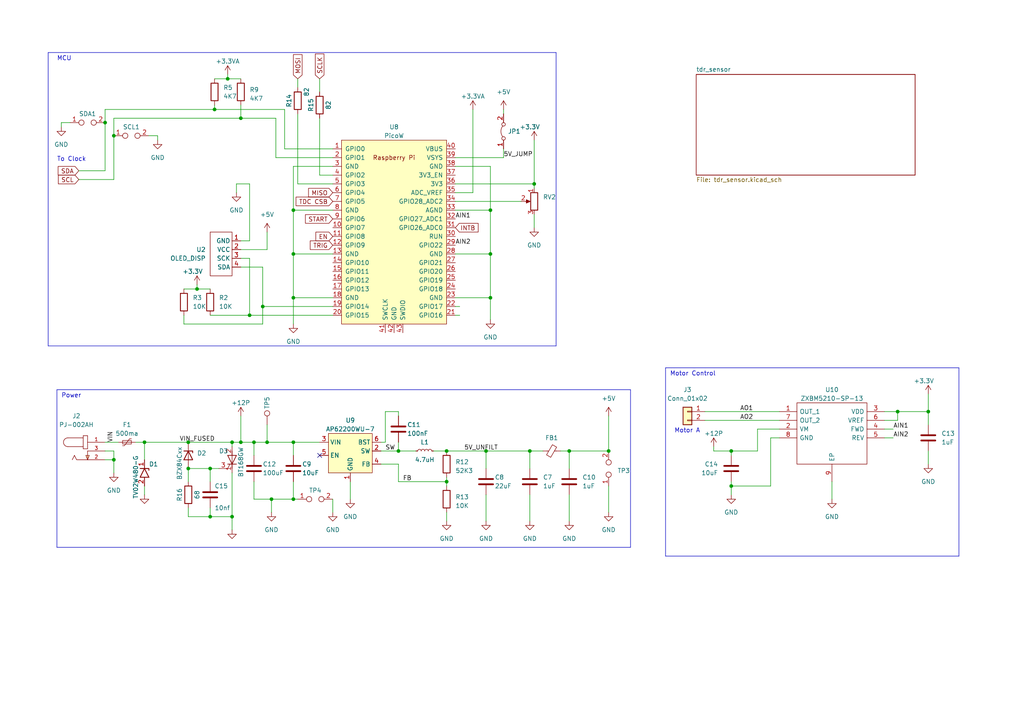
<source format=kicad_sch>
(kicad_sch (version 20230121) (generator eeschema)
  (paper "A4")
  (lib_symbols
    (symbol "Connector:TestPoint" (pin_numbers hide) (pin_names (offset 0.762) hide)
      (property "Reference" "TP" (at 0 6.858 0))
      (property "Value" "TestPoint" (at 0 5.08 0))
      (symbol "TestPoint_0_1"
        (circle (center 0 3.302) (radius 0.762))
      )
      (symbol "TestPoint_1_1"
        (pin passive line (at 0 0 90) (length 2.54) (name "1") (number "1"))
      )
    )
    (symbol "Connector:TestPoint_2Pole" (pin_names (offset 0.762) hide)
      (property "Reference" "TP" (at 0 1.524 0))
      (property "Value" "TestPoint_2Pole" (at 0 -1.778 0))
      (symbol "TestPoint_2Pole_0_1"
        (circle (center -1.778 0) (radius 0.762))
        (circle (center 1.778 0) (radius 0.762))
        (pin passive line (at -5.08 0 0) (length 2.54) (name "1") (number "1"))
        (pin passive line (at 5.08 0 180) (length 2.54) (name "2") (number "2"))
      )
    )
    (symbol "Connector_Generic:Conn_01x02" (pin_names (offset 1.016) hide)
      (property "Reference" "J" (at 0 2.54 0))
      (property "Value" "Conn_01x02" (at 0 -5.08 0))
      (symbol "Conn_01x02_1_1"
        (rectangle (start -1.27 -2.413) (end 0 -2.667) (stroke (width 0.1524)))
        (rectangle (start -1.27 0.127) (end 0 -0.127) (stroke (width 0.1524)))
        (rectangle (start -1.27 1.27) (end 1.27 -3.81) (stroke (width 0.254)) (fill (type background)))
        (pin passive line (at -5.08 0 0) (length 3.81) (name "Pin_1") (number "1"))
        (pin passive line (at -5.08 -2.54 0) (length 3.81) (name "Pin_2") (number "2"))
      )
    )
    (symbol "Device:C" (pin_numbers hide) (pin_names (offset 0.254))
      (property "Reference" "C" (at 0.635 2.54 0))
      (property "Value" "C" (at 0.635 -2.54 0))
      (symbol "C_0_1"
        (polyline (pts (xy -2.032 -0.762) (xy 2.032 -0.762)) (stroke (width 0.508)))
        (polyline (pts (xy -2.032 0.762) (xy 2.032 0.762)) (stroke (width 0.508)))
      )
      (symbol "C_1_1"
        (pin passive line (at 0 3.81 270) (length 2.794) (name "~") (number "1"))
        (pin passive line (at 0 -3.81 90) (length 2.794) (name "~") (number "2"))
      )
    )
    (symbol "Device:FerriteBead_Small" (pin_numbers hide) (pin_names (offset 0))
      (property "Reference" "FB" (at 1.905 1.27 0))
      (property "Value" "FerriteBead_Small" (at 1.905 -1.27 0))
      (symbol "FerriteBead_Small_0_1"
        (polyline (pts (xy 0 -1.27) (xy 0 -0.7874)))
        (polyline (pts (xy 0 0.889) (xy 0 1.2954)))
        (polyline (pts (xy -1.8288 0.2794) (xy -1.1176 1.4986) (xy 1.8288 -0.2032) (xy 1.1176 -1.4224) (xy -1.8288 0.2794)))
      )
      (symbol "FerriteBead_Small_1_1"
        (pin passive line (at 0 2.54 270) (length 1.27) (name "~") (number "1"))
        (pin passive line (at 0 -2.54 90) (length 1.27) (name "~") (number "2"))
      )
    )
    (symbol "Device:L_Small" (pin_numbers hide) (pin_names (offset 0.254) hide)
      (property "Reference" "L" (at 0.762 1.016 0))
      (property "Value" "L_Small" (at 0.762 -1.016 0))
      (symbol "L_Small_0_1"
        (arc (start 0 -2.032) (mid 0.5058 -1.524) (end 0 -1.016))
        (arc (start 0 -1.016) (mid 0.5058 -0.508) (end 0 0))
        (arc (start 0 0) (mid 0.5058 0.508) (end 0 1.016))
        (arc (start 0 1.016) (mid 0.5058 1.524) (end 0 2.032))
      )
      (symbol "L_Small_1_1"
        (pin passive line (at 0 2.54 270) (length 0.508) (name "~") (number "1"))
        (pin passive line (at 0 -2.54 90) (length 0.508) (name "~") (number "2"))
      )
    )
    (symbol "Device:Polyfuse_Small" (pin_numbers hide) (pin_names (offset 0))
      (property "Reference" "F" (at -1.905 0 90))
      (property "Value" "Polyfuse_Small" (at 1.905 0 90))
      (symbol "Polyfuse_Small_0_1"
        (rectangle (start -0.508 1.27) (end 0.508 -1.27))
        (polyline (pts (xy 0 2.54) (xy 0 -2.54)))
        (polyline (pts (xy -1.016 1.27) (xy -1.016 0.762) (xy 1.016 -0.762) (xy 1.016 -1.27)))
      )
      (symbol "Polyfuse_Small_1_1"
        (pin passive line (at 0 2.54 270) (length 0.635) (name "~") (number "1"))
        (pin passive line (at 0 -2.54 90) (length 0.635) (name "~") (number "2"))
      )
    )
    (symbol "Device:R" (pin_numbers hide) (pin_names (offset 0))
      (property "Reference" "R" (at 2.032 0 90))
      (property "Value" "R" (at 0 0 90))
      (symbol "R_0_1"
        (rectangle (start -1.016 -2.54) (end 1.016 2.54) (stroke (width 0.254)))
      )
      (symbol "R_1_1"
        (pin passive line (at 0 3.81 270) (length 1.27) (name "~") (number "1"))
        (pin passive line (at 0 -3.81 90) (length 1.27) (name "~") (number "2"))
      )
    )
    (symbol "Device:R_Potentiometer" (pin_names (offset 1.016) hide)
      (property "Reference" "RV" (at -4.445 0 90))
      (property "Value" "R_Potentiometer" (at -2.54 0 90))
      (symbol "R_Potentiometer_0_1"
        (polyline (pts (xy 2.54 0) (xy 1.524 0)))
        (polyline (pts (xy 1.143 0) (xy 2.286 0.508) (xy 2.286 -0.508) (xy 1.143 0)) (fill (type outline)))
        (rectangle (start 1.016 2.54) (end -1.016 -2.54) (stroke (width 0.254)))
      )
      (symbol "R_Potentiometer_1_1"
        (pin passive line (at 0 3.81 270) (length 1.27) (name "1") (number "1"))
        (pin passive line (at 3.81 0 180) (length 1.27) (name "2") (number "2"))
        (pin passive line (at 0 -3.81 90) (length 1.27) (name "3") (number "3"))
      )
    )
    (symbol "Jumper:Jumper_2_Bridged" (pin_names (offset 0) hide)
      (property "Reference" "JP" (at 0 1.905 0))
      (property "Value" "Jumper_2_Bridged" (at 0 -2.54 0))
      (symbol "Jumper_2_Bridged_0_0"
        (circle (center -2.032 0) (radius 0.508))
        (circle (center 2.032 0) (radius 0.508))
      )
      (symbol "Jumper_2_Bridged_0_1"
        (arc (start 1.524 0.254) (mid 0 0.762) (end -1.524 0.254))
      )
      (symbol "Jumper_2_Bridged_1_1"
        (pin passive line (at -5.08 0 0) (length 2.54) (name "A") (number "1"))
        (pin passive line (at 5.08 0 180) (length 2.54) (name "B") (number "2"))
      )
    )
    (symbol "MySymbols:AP62200WU-7"
      (property "Reference" "U" (at 6.35 2.54 0))
      (property "Value" "AP62200WU-7" (at 6.35 0 0))
      (symbol "AP62200WU-7_0_1"
        (rectangle (start 0 -1.27) (end 12.7 -12.7) (fill (type background)))
      )
      (symbol "AP62200WU-7_1_1"
        (pin passive line (at 6.35 -15.24 90) (length 2.54) (name "GND") (number "1"))
        (pin passive line (at 15.24 -6.35 180) (length 2.54) (name "SW") (number "2"))
        (pin power_in line (at -2.54 -3.81 0) (length 2.54) (name "VIN") (number "3"))
        (pin passive line (at 15.24 -10.16 180) (length 2.54) (name "FB") (number "4"))
        (pin input line (at -2.54 -7.62 0) (length 2.54) (name "EN") (number "5"))
        (pin passive line (at 15.24 -3.81 180) (length 2.54) (name "BST") (number "6"))
      )
    )
    (symbol "MySymbols:BT168GW" (pin_names (offset 0) hide)
      (property "Reference" "D2" (at -3.81 2.54 0))
      (property "Value" "BT168GW" (at 2.54 -3.81 90))
      (symbol "BT168GW_0_1"
        (polyline (pts (xy -1.27 -2.54) (xy -0.635 -1.27)))
        (polyline (pts (xy -1.27 -1.27) (xy 1.27 -1.27)) (stroke (width 0.2032)))
        (polyline (pts (xy 0 -2.54) (xy 0 2.54)))
        (polyline (pts (xy -1.27 1.27) (xy 1.27 1.27) (xy 0 -1.27) (xy -1.27 1.27)) (stroke (width 0.2032)))
      )
      (symbol "BT168GW_1_1"
        (pin passive line (at 0 -3.81 90) (length 2.54) (name "K") (number "1"))
        (pin passive line (at 0 3.81 270) (length 2.54) (name "A") (number "2"))
        (pin input line (at -3.81 -2.54 0) (length 2.54) (name "G") (number "3"))
      )
    )
    (symbol "MySymbols:BZX84Cxx" (pin_numbers hide) (pin_names hide)
      (property "Reference" "D" (at 0 3.81 0))
      (property "Value" "BZX84Cxx" (at 0 -3.81 0))
      (symbol "BZX84Cxx_0_1"
        (polyline (pts (xy 1.27 0) (xy -1.27 0)))
        (polyline (pts (xy -1.27 -1.27) (xy -1.27 1.27) (xy -0.762 1.27)) (stroke (width 0.254)))
        (polyline (pts (xy 1.27 -1.27) (xy 1.27 1.27) (xy -1.27 0) (xy 1.27 -1.27)) (stroke (width 0.254)))
      )
      (symbol "BZX84Cxx_1_1"
        (pin passive line (at 3.81 0 180) (length 2.54) (name "A") (number "1"))
        (pin no_connect line (at 1.27 0 180) (length 2.54) hide (name "NC") (number "2"))
        (pin passive line (at -3.81 0 0) (length 2.54) (name "K") (number "3"))
      )
    )
    (symbol "MySymbols:OLED_DISP"
      (property "Reference" "U" (at 5.08 11.43 0))
      (property "Value" "OLED_DISP" (at 5.08 -3.81 0))
      (symbol "OLED_DISP_0_1"
        (rectangle (start 2.54 10.16) (end 8.89 -2.54))
      )
      (symbol "OLED_DISP_1_1"
        (pin power_in line (at 0 7.62 0) (length 2.54) (name "GND") (number "1"))
        (pin power_in line (at 0 5.08 0) (length 2.54) (name "VCC") (number "2"))
        (pin input line (at 0 2.54 0) (length 2.54) (name "SCK") (number "3"))
        (pin bidirectional line (at 0 0 0) (length 2.54) (name "SDA") (number "4"))
      )
    )
    (symbol "MySymbols:PJ-002AH" (pin_names (offset 1.016) hide)
      (property "Reference" "J" (at -7.62 5.08 0))
      (property "Value" "PJ-002AH" (at -7.62 -5.08 0))
      (symbol "PJ-002AH_0_0"
        (arc (start -5.715 3.81) (mid -6.9795 2.54) (end -5.715 1.27) (stroke (width 0.1524)))
        (polyline (pts (xy -5.715 3.81) (xy -1.27 3.81)) (stroke (width 0.1524)))
        (polyline (pts (xy -3.81 -1.27) (xy -4.445 -2.54)) (stroke (width 0.1524)))
        (polyline (pts (xy -3.175 -2.54) (xy -3.81 -1.27)) (stroke (width 0.1524)))
        (polyline (pts (xy -1.27 0.635) (xy 0 0.635)) (stroke (width 0.1524)))
        (polyline (pts (xy -1.27 1.27) (xy -5.715 1.27)) (stroke (width 0.1524)))
        (polyline (pts (xy -1.27 1.27) (xy -1.27 0.635)) (stroke (width 0.1524)))
        (polyline (pts (xy -1.27 3.81) (xy -1.27 1.27)) (stroke (width 0.1524)))
        (polyline (pts (xy -1.27 4.445) (xy -1.27 3.81)) (stroke (width 0.1524)))
        (polyline (pts (xy 0 -2.54) (xy -3.175 -2.54)) (stroke (width 0.1524)))
        (polyline (pts (xy 0 0) (xy 0 -2.54)) (stroke (width 0.1524)))
        (polyline (pts (xy 0 0.635) (xy 0 4.445)) (stroke (width 0.1524)))
        (polyline (pts (xy 0 4.445) (xy -1.27 4.445)) (stroke (width 0.1524)))
        (polyline (pts (xy 0 -2.54) (xy -0.508 -1.27) (xy 0.508 -1.27) (xy 0 -2.54)) (stroke (width 0.1524)) (fill (type background)))
        (pin passive line (at 5.08 2.54 180) (length 5.08) (name "~") (number "1"))
        (pin passive line (at 5.08 -2.54 180) (length 5.08) (name "~") (number "2"))
        (pin passive line (at 5.08 0 180) (length 5.08) (name "~") (number "3"))
      )
    )
    (symbol "MySymbols:TV02W480-G"
      (property "Reference" "D" (at 3.81 2.54 0))
      (property "Value" "TV02W480-G" (at 2.54 -2.54 0))
      (symbol "TV02W480-G_0_1"
        (polyline (pts (xy 3.048 1.27) (xy 2.54 1.27) (xy 2.54 -1.27)) (stroke (width 0.254)))
        (polyline (pts (xy 5.08 1.27) (xy 5.08 -1.27) (xy 2.54 0) (xy 5.08 1.27)) (stroke (width 0.254)))
      )
      (symbol "TV02W480-G_1_1"
        (pin passive line (at 0 0 0) (length 2.54) (name "") (number "1"))
        (pin passive line (at 7.62 0 180) (length 2.54) (name "") (number "2"))
      )
    )
    (symbol "MySymbols:ZXBM5210-SP-13" (pin_names (offset 0.762))
      (property "Reference" "U" (at 26.67 7.62 0))
      (property "Value" "ZXBM5210-SP-13" (at 26.67 5.08 0))
      (symbol "ZXBM5210-SP-13_0_0"
        (pin passive line (at 0 0 0) (length 5.08) (name "OUT_1") (number "1"))
        (pin passive line (at 0 -5.08 0) (length 5.08) (name "VM") (number "2"))
        (pin passive line (at 30.48 0 180) (length 5.08) (name "VDD") (number "3"))
        (pin passive line (at 30.48 -5.08 180) (length 5.08) (name "FWD") (number "4"))
        (pin passive line (at 30.48 -7.62 180) (length 5.08) (name "REV") (number "5"))
        (pin passive line (at 30.48 -2.54 180) (length 5.08) (name "VREF") (number "6"))
        (pin passive line (at 0 -2.54 0) (length 5.08) (name "OUT_2") (number "7"))
        (pin passive line (at 0 -7.62 0) (length 5.08) (name "GND") (number "8"))
        (pin passive line (at 15.24 -20.32 90) (length 5.08) (name "EP") (number "9"))
      )
      (symbol "ZXBM5210-SP-13_0_1"
        (polyline (pts (xy 5.08 2.54) (xy 25.4 2.54) (xy 25.4 -15.24) (xy 5.08 -15.24) (xy 5.08 2.54)) (stroke (width 0.1524)))
      )
    )
    (symbol "RPi_Pico:PicoW" (pin_names (offset 1.016))
      (property "Reference" "U" (at -13.97 27.94 0))
      (property "Value" "PicoW" (at 0 19.05 0))
      (symbol "PicoW_0_0"
        (text "Raspberry Pi" (at 0 21.59 0) (effects (font (size 1.27 1.27))))
      )
      (symbol "PicoW_0_1"
        (rectangle (start -15.24 26.67) (end 15.24 -26.67) (fill (type background)))
      )
      (symbol "PicoW_1_1"
        (pin bidirectional line (at -17.78 24.13 0) (length 2.54) (name "GPIO0") (number "1"))
        (pin bidirectional line (at -17.78 1.27 0) (length 2.54) (name "GPIO7") (number "10"))
        (pin bidirectional line (at -17.78 -1.27 0) (length 2.54) (name "GPIO8") (number "11"))
        (pin bidirectional line (at -17.78 -3.81 0) (length 2.54) (name "GPIO9") (number "12"))
        (pin power_in line (at -17.78 -6.35 0) (length 2.54) (name "GND") (number "13"))
        (pin bidirectional line (at -17.78 -8.89 0) (length 2.54) (name "GPIO10") (number "14"))
        (pin bidirectional line (at -17.78 -11.43 0) (length 2.54) (name "GPIO11") (number "15"))
        (pin bidirectional line (at -17.78 -13.97 0) (length 2.54) (name "GPIO12") (number "16"))
        (pin bidirectional line (at -17.78 -16.51 0) (length 2.54) (name "GPIO13") (number "17"))
        (pin power_in line (at -17.78 -19.05 0) (length 2.54) (name "GND") (number "18"))
        (pin bidirectional line (at -17.78 -21.59 0) (length 2.54) (name "GPIO14") (number "19"))
        (pin bidirectional line (at -17.78 21.59 0) (length 2.54) (name "GPIO1") (number "2"))
        (pin bidirectional line (at -17.78 -24.13 0) (length 2.54) (name "GPIO15") (number "20"))
        (pin bidirectional line (at 17.78 -24.13 180) (length 2.54) (name "GPIO16") (number "21"))
        (pin bidirectional line (at 17.78 -21.59 180) (length 2.54) (name "GPIO17") (number "22"))
        (pin power_in line (at 17.78 -19.05 180) (length 2.54) (name "GND") (number "23"))
        (pin bidirectional line (at 17.78 -16.51 180) (length 2.54) (name "GPIO18") (number "24"))
        (pin bidirectional line (at 17.78 -13.97 180) (length 2.54) (name "GPIO19") (number "25"))
        (pin bidirectional line (at 17.78 -11.43 180) (length 2.54) (name "GPIO20") (number "26"))
        (pin bidirectional line (at 17.78 -8.89 180) (length 2.54) (name "GPIO21") (number "27"))
        (pin power_in line (at 17.78 -6.35 180) (length 2.54) (name "GND") (number "28"))
        (pin bidirectional line (at 17.78 -3.81 180) (length 2.54) (name "GPIO22") (number "29"))
        (pin power_in line (at -17.78 19.05 0) (length 2.54) (name "GND") (number "3"))
        (pin input line (at 17.78 -1.27 180) (length 2.54) (name "RUN") (number "30"))
        (pin bidirectional line (at 17.78 1.27 180) (length 2.54) (name "GPIO26_ADC0") (number "31"))
        (pin bidirectional line (at 17.78 3.81 180) (length 2.54) (name "GPIO27_ADC1") (number "32"))
        (pin power_in line (at 17.78 6.35 180) (length 2.54) (name "AGND") (number "33"))
        (pin bidirectional line (at 17.78 8.89 180) (length 2.54) (name "GPIO28_ADC2") (number "34"))
        (pin unspecified line (at 17.78 11.43 180) (length 2.54) (name "ADC_VREF") (number "35"))
        (pin unspecified line (at 17.78 13.97 180) (length 2.54) (name "3V3") (number "36"))
        (pin input line (at 17.78 16.51 180) (length 2.54) (name "3V3_EN") (number "37"))
        (pin bidirectional line (at 17.78 19.05 180) (length 2.54) (name "GND") (number "38"))
        (pin unspecified line (at 17.78 21.59 180) (length 2.54) (name "VSYS") (number "39"))
        (pin bidirectional line (at -17.78 16.51 0) (length 2.54) (name "GPIO2") (number "4"))
        (pin unspecified line (at 17.78 24.13 180) (length 2.54) (name "VBUS") (number "40"))
        (pin input line (at -2.54 -29.21 90) (length 2.54) (name "SWCLK") (number "41"))
        (pin power_in line (at 0 -29.21 90) (length 2.54) (name "GND") (number "42"))
        (pin bidirectional line (at 2.54 -29.21 90) (length 2.54) (name "SWDIO") (number "43"))
        (pin bidirectional line (at -17.78 13.97 0) (length 2.54) (name "GPIO3") (number "5"))
        (pin bidirectional line (at -17.78 11.43 0) (length 2.54) (name "GPIO4") (number "6"))
        (pin bidirectional line (at -17.78 8.89 0) (length 2.54) (name "GPIO5") (number "7"))
        (pin power_in line (at -17.78 6.35 0) (length 2.54) (name "GND") (number "8"))
        (pin bidirectional line (at -17.78 3.81 0) (length 2.54) (name "GPIO6") (number "9"))
      )
    )
    (symbol "power:+12P" (power) (pin_names (offset 0))
      (property "Value" "+12P" (at 0 3.556 0))
      (symbol "+12P_0_1"
        (polyline (pts (xy -0.762 1.27) (xy 0 2.54)))
        (polyline (pts (xy 0 0) (xy 0 2.54)))
        (polyline (pts (xy 0 2.54) (xy 0.762 1.27)))
      )
      (symbol "+12P_1_1"
        (pin power_in line (at 0 0 90) (length 0) hide (name "+12P") (number "1"))
      )
    )
    (symbol "power:+3.3V" (power) (pin_names (offset 0))
      (property "Value" "+3.3V" (at 0 3.556 0))
      (symbol "+3.3V_0_1"
        (polyline (pts (xy -0.762 1.27) (xy 0 2.54)))
        (polyline (pts (xy 0 0) (xy 0 2.54)))
        (polyline (pts (xy 0 2.54) (xy 0.762 1.27)))
      )
      (symbol "+3.3V_1_1"
        (pin power_in line (at 0 0 90) (length 0) hide (name "+3.3V") (number "1"))
      )
    )
    (symbol "power:+3.3VA" (power) (pin_names (offset 0))
      (property "Value" "+3.3VA" (at 0 3.556 0))
      (symbol "+3.3VA_0_1"
        (polyline (pts (xy -0.762 1.27) (xy 0 2.54)))
        (polyline (pts (xy 0 0) (xy 0 2.54)))
        (polyline (pts (xy 0 2.54) (xy 0.762 1.27)))
      )
      (symbol "+3.3VA_1_1"
        (pin power_in line (at 0 0 90) (length 0) hide (name "+3.3VA") (number "1"))
      )
    )
    (symbol "power:+5V" (power) (pin_names (offset 0))
      (property "Value" "+5V" (at 0 3.556 0))
      (symbol "+5V_0_1"
        (polyline (pts (xy -0.762 1.27) (xy 0 2.54)))
        (polyline (pts (xy 0 0) (xy 0 2.54)))
        (polyline (pts (xy 0 2.54) (xy 0.762 1.27)))
      )
      (symbol "+5V_1_1"
        (pin power_in line (at 0 0 90) (length 0) hide (name "+5V") (number "1"))
      )
    )
    (symbol "power:GND" (power) (pin_names (offset 0))
      (property "Value" "GND" (at 0 -3.81 0))
      (symbol "GND_0_1"
        (polyline (pts (xy 0 0) (xy 0 -1.27) (xy 1.27 -1.27) (xy 0 -2.54) (xy -1.27 -1.27) (xy 0 -1.27)))
      )
      (symbol "GND_1_1"
        (pin power_in line (at 0 0 270) (length 0) hide (name "GND") (number "1"))
      )
    )
  )
  (junction (at 60.96 149.86))
  (junction (at 57.15 83.82))
  (junction (at 142.24 86.36))
  (junction (at 77.47 128.27))
  (junction (at 76.2 88.9))
  (junction (at 212.09 140.97))
  (junction (at 69.85 128.27))
  (junction (at 67.31 128.27))
  (junction (at 54.61 128.27))
  (junction (at 41.91 128.27))
  (junction (at 212.09 130.81))
  (junction (at 67.31 149.86))
  (junction (at 33.02 133.35))
  (junction (at 269.24 119.38))
  (junction (at 72.39 91.44))
  (junction (at 85.09 144.78))
  (junction (at 78.74 144.78))
  (junction (at 129.54 130.81))
  (junction (at 60.96 135.89))
  (junction (at 54.61 135.89))
  (junction (at 165.1 130.81))
  (junction (at 176.53 130.81))
  (junction (at 33.02 39.37))
  (junction (at 154.94 53.34))
  (junction (at 69.85 34.29))
  (junction (at 85.09 60.96))
  (junction (at 153.67 130.81))
  (junction (at 73.66 128.27))
  (junction (at 140.97 130.81))
  (junction (at 85.09 128.27))
  (junction (at 115.57 130.81))
  (junction (at 85.09 86.36))
  (junction (at 129.54 139.7))
  (junction (at 85.09 73.66))
  (junction (at 142.24 60.96))
  (junction (at 260.35 119.38))
  (junction (at 66.04 22.86))
  (junction (at 142.24 73.66))
  (junction (at 30.48 35.56))
  (junction (at 62.23 31.75))
  (no_connect (at 92.71 132.08))
  (wire (pts (xy 54.61 135.89) (xy 60.96 135.89)))
  (wire (pts (xy 146.05 31.75) (xy 146.05 33.02)))
  (wire (pts (xy 142.24 73.66) (xy 142.24 86.36)))
  (wire (pts (xy 176.53 140.97) (xy 176.53 148.59)))
  (polyline (pts (xy 193.04 106.68) (xy 193.04 161.29)))
  (wire (pts (xy 226.06 127) (xy 223.52 127)))
  (wire (pts (xy 54.61 139.7) (xy 54.61 135.89)))
  (wire (pts (xy 53.34 93.98) (xy 76.2 93.98)))
  (wire (pts (xy 256.54 121.92) (xy 260.35 121.92)))
  (wire (pts (xy 96.52 43.18) (xy 82.55 43.18)))
  (wire (pts (xy 115.57 128.27) (xy 115.57 130.81)))
  (wire (pts (xy 92.71 22.86) (xy 92.71 26.67)))
  (wire (pts (xy 204.47 119.38) (xy 226.06 119.38)))
  (wire (pts (xy 69.85 128.27) (xy 73.66 128.27)))
  (wire (pts (xy 80.01 45.72) (xy 80.01 34.29)))
  (wire (pts (xy 129.54 138.43) (xy 129.54 139.7)))
  (wire (pts (xy 53.34 91.44) (xy 53.34 93.98)))
  (wire (pts (xy 41.91 128.27) (xy 54.61 128.27)))
  (wire (pts (xy 219.71 124.46) (xy 219.71 130.81)))
  (wire (pts (xy 62.23 22.86) (xy 66.04 22.86)))
  (wire (pts (xy 132.08 58.42) (xy 151.13 58.42)))
  (wire (pts (xy 86.36 33.02) (xy 86.36 53.34)))
  (wire (pts (xy 142.24 48.26) (xy 142.24 60.96)))
  (polyline (pts (xy 278.13 161.29) (xy 278.13 106.68)))
  (wire (pts (xy 22.86 52.07) (xy 33.02 52.07)))
  (wire (pts (xy 115.57 130.81) (xy 120.65 130.81)))
  (wire (pts (xy 82.55 43.18) (xy 82.55 31.75)))
  (wire (pts (xy 223.52 127) (xy 223.52 140.97)))
  (wire (pts (xy 72.39 69.85) (xy 69.85 69.85)))
  (wire (pts (xy 125.73 130.81) (xy 129.54 130.81)))
  (wire (pts (xy 69.85 72.39) (xy 77.47 72.39)))
  (wire (pts (xy 30.48 31.75) (xy 30.48 35.56)))
  (wire (pts (xy 86.36 22.86) (xy 86.36 25.4)))
  (wire (pts (xy 137.16 55.88) (xy 132.08 55.88)))
  (wire (pts (xy 153.67 130.81) (xy 153.67 135.89)))
  (polyline (pts (xy 13.97 15.24) (xy 13.97 100.33)))
  (wire (pts (xy 20.32 35.56) (xy 17.78 35.56)))
  (wire (pts (xy 153.67 143.51) (xy 153.67 151.13)))
  (wire (pts (xy 110.49 134.62) (xy 115.57 134.62)))
  (wire (pts (xy 96.52 48.26) (xy 85.09 48.26)))
  (wire (pts (xy 67.31 137.16) (xy 67.31 149.86)))
  (wire (pts (xy 132.08 86.36) (xy 142.24 86.36)))
  (wire (pts (xy 226.06 124.46) (xy 219.71 124.46)))
  (wire (pts (xy 154.94 53.34) (xy 154.94 54.61)))
  (wire (pts (xy 212.09 130.81) (xy 219.71 130.81)))
  (wire (pts (xy 33.02 133.35) (xy 33.02 130.81)))
  (wire (pts (xy 129.54 148.59) (xy 129.54 151.13)))
  (wire (pts (xy 269.24 114.3) (xy 269.24 119.38)))
  (wire (pts (xy 54.61 149.86) (xy 60.96 149.86)))
  (wire (pts (xy 76.2 88.9) (xy 76.2 77.47)))
  (wire (pts (xy 162.56 130.81) (xy 165.1 130.81)))
  (wire (pts (xy 132.08 48.26) (xy 142.24 48.26)))
  (wire (pts (xy 41.91 128.27) (xy 39.37 128.27)))
  (wire (pts (xy 69.85 77.47) (xy 76.2 77.47)))
  (wire (pts (xy 132.08 73.66) (xy 142.24 73.66)))
  (wire (pts (xy 165.1 130.81) (xy 165.1 135.89)))
  (wire (pts (xy 212.09 130.81) (xy 207.01 130.81)))
  (wire (pts (xy 41.91 140.97) (xy 41.91 143.51)))
  (wire (pts (xy 85.09 48.26) (xy 85.09 60.96)))
  (wire (pts (xy 30.48 133.35) (xy 33.02 133.35)))
  (wire (pts (xy 66.04 22.86) (xy 66.04 21.59)))
  (wire (pts (xy 60.96 91.44) (xy 72.39 91.44)))
  (wire (pts (xy 60.96 135.89) (xy 63.5 135.89)))
  (wire (pts (xy 223.52 140.97) (xy 212.09 140.97)))
  (wire (pts (xy 154.94 62.23) (xy 154.94 66.04)))
  (wire (pts (xy 85.09 73.66) (xy 96.52 73.66)))
  (wire (pts (xy 33.02 34.29) (xy 33.02 39.37)))
  (wire (pts (xy 212.09 139.7) (xy 212.09 140.97)))
  (wire (pts (xy 85.09 128.27) (xy 85.09 132.08)))
  (wire (pts (xy 259.08 124.46) (xy 256.54 124.46)))
  (wire (pts (xy 62.23 30.48) (xy 62.23 31.75)))
  (wire (pts (xy 78.74 144.78) (xy 85.09 144.78)))
  (wire (pts (xy 132.08 45.72) (xy 146.05 45.72)))
  (wire (pts (xy 17.78 35.56) (xy 17.78 36.83)))
  (wire (pts (xy 41.91 128.27) (xy 41.91 133.35)))
  (wire (pts (xy 67.31 149.86) (xy 67.31 153.67)))
  (wire (pts (xy 142.24 86.36) (xy 142.24 92.71)))
  (wire (pts (xy 33.02 39.37) (xy 33.02 52.07)))
  (polyline (pts (xy 161.29 100.33) (xy 161.29 15.24)))
  (polyline (pts (xy 16.51 113.03) (xy 182.88 113.03)))
  (wire (pts (xy 33.02 137.16) (xy 33.02 133.35)))
  (wire (pts (xy 137.16 31.75) (xy 137.16 55.88)))
  (wire (pts (xy 212.09 140.97) (xy 212.09 143.51)))
  (wire (pts (xy 85.09 60.96) (xy 85.09 73.66)))
  (wire (pts (xy 111.76 128.27) (xy 111.76 119.38)))
  (wire (pts (xy 30.48 128.27) (xy 34.29 128.27)))
  (wire (pts (xy 33.02 130.81) (xy 30.48 130.81)))
  (wire (pts (xy 140.97 135.89) (xy 140.97 130.81)))
  (wire (pts (xy 76.2 88.9) (xy 96.52 88.9)))
  (wire (pts (xy 60.96 139.7) (xy 60.96 135.89)))
  (wire (pts (xy 154.94 53.34) (xy 154.94 40.64)))
  (wire (pts (xy 45.72 39.37) (xy 45.72 40.64)))
  (wire (pts (xy 146.05 43.18) (xy 146.05 45.72)))
  (polyline (pts (xy 182.88 113.03) (xy 182.88 158.75)))
  (wire (pts (xy 33.02 34.29) (xy 69.85 34.29)))
  (wire (pts (xy 85.09 139.7) (xy 85.09 144.78)))
  (wire (pts (xy 72.39 74.93) (xy 69.85 74.93)))
  (wire (pts (xy 140.97 130.81) (xy 153.67 130.81)))
  (wire (pts (xy 73.66 144.78) (xy 78.74 144.78)))
  (wire (pts (xy 43.18 39.37) (xy 45.72 39.37)))
  (wire (pts (xy 153.67 130.81) (xy 157.48 130.81)))
  (wire (pts (xy 69.85 30.48) (xy 69.85 34.29)))
  (wire (pts (xy 73.66 139.7) (xy 73.66 144.78)))
  (wire (pts (xy 69.85 120.65) (xy 69.85 128.27)))
  (wire (pts (xy 129.54 139.7) (xy 129.54 140.97)))
  (wire (pts (xy 76.2 93.98) (xy 76.2 88.9)))
  (wire (pts (xy 30.48 31.75) (xy 62.23 31.75)))
  (wire (pts (xy 115.57 139.7) (xy 129.54 139.7)))
  (polyline (pts (xy 193.04 161.29) (xy 278.13 161.29)))
  (wire (pts (xy 68.58 53.34) (xy 72.39 53.34)))
  (wire (pts (xy 92.71 34.29) (xy 92.71 50.8)))
  (wire (pts (xy 72.39 53.34) (xy 72.39 69.85)))
  (wire (pts (xy 140.97 143.51) (xy 140.97 151.13)))
  (wire (pts (xy 85.09 86.36) (xy 85.09 93.98)))
  (wire (pts (xy 30.48 35.56) (xy 30.48 49.53)))
  (wire (pts (xy 77.47 123.19) (xy 77.47 128.27)))
  (wire (pts (xy 85.09 60.96) (xy 96.52 60.96)))
  (wire (pts (xy 132.08 60.96) (xy 142.24 60.96)))
  (wire (pts (xy 132.08 53.34) (xy 154.94 53.34)))
  (polyline (pts (xy 182.88 158.75) (xy 16.51 158.75)))
  (wire (pts (xy 269.24 130.81) (xy 269.24 134.62)))
  (wire (pts (xy 269.24 119.38) (xy 269.24 123.19)))
  (wire (pts (xy 60.96 147.32) (xy 60.96 149.86)))
  (wire (pts (xy 62.23 31.75) (xy 82.55 31.75)))
  (wire (pts (xy 241.3 139.7) (xy 241.3 144.78)))
  (wire (pts (xy 86.36 53.34) (xy 96.52 53.34)))
  (polyline (pts (xy 13.97 15.24) (xy 161.29 15.24)))
  (wire (pts (xy 78.74 144.78) (xy 78.74 148.59)))
  (wire (pts (xy 30.48 49.53) (xy 22.86 49.53)))
  (wire (pts (xy 260.35 121.92) (xy 260.35 119.38)))
  (wire (pts (xy 66.04 22.86) (xy 69.85 22.86)))
  (wire (pts (xy 92.71 50.8) (xy 96.52 50.8)))
  (wire (pts (xy 54.61 147.32) (xy 54.61 149.86)))
  (wire (pts (xy 73.66 128.27) (xy 73.66 132.08)))
  (wire (pts (xy 85.09 73.66) (xy 85.09 86.36)))
  (wire (pts (xy 259.08 127) (xy 256.54 127)))
  (wire (pts (xy 101.6 139.7) (xy 101.6 144.78)))
  (wire (pts (xy 77.47 72.39) (xy 77.47 67.31)))
  (wire (pts (xy 176.53 120.65) (xy 176.53 130.81)))
  (wire (pts (xy 68.58 55.88) (xy 68.58 53.34)))
  (wire (pts (xy 86.36 144.78) (xy 85.09 144.78)))
  (wire (pts (xy 85.09 86.36) (xy 96.52 86.36)))
  (wire (pts (xy 204.47 121.92) (xy 226.06 121.92)))
  (wire (pts (xy 256.54 119.38) (xy 260.35 119.38)))
  (wire (pts (xy 72.39 91.44) (xy 96.52 91.44)))
  (wire (pts (xy 142.24 60.96) (xy 142.24 73.66)))
  (wire (pts (xy 133.35 88.9) (xy 132.08 88.9)))
  (wire (pts (xy 111.76 119.38) (xy 115.57 119.38)))
  (wire (pts (xy 53.34 83.82) (xy 57.15 83.82)))
  (wire (pts (xy 165.1 130.81) (xy 176.53 130.81)))
  (wire (pts (xy 96.52 45.72) (xy 80.01 45.72)))
  (wire (pts (xy 72.39 74.93) (xy 72.39 91.44)))
  (wire (pts (xy 207.01 130.81) (xy 207.01 129.54)))
  (polyline (pts (xy 193.04 106.68) (xy 278.13 106.68)))
  (wire (pts (xy 110.49 130.81) (xy 115.57 130.81)))
  (wire (pts (xy 85.09 128.27) (xy 92.71 128.27)))
  (wire (pts (xy 57.15 83.82) (xy 57.15 82.55)))
  (wire (pts (xy 96.52 148.59) (xy 96.52 144.78)))
  (wire (pts (xy 57.15 83.82) (xy 60.96 83.82)))
  (wire (pts (xy 129.54 130.81) (xy 140.97 130.81)))
  (wire (pts (xy 133.35 91.44) (xy 132.08 91.44)))
  (wire (pts (xy 115.57 134.62) (xy 115.57 139.7)))
  (wire (pts (xy 54.61 128.27) (xy 67.31 128.27)))
  (wire (pts (xy 67.31 128.27) (xy 69.85 128.27)))
  (wire (pts (xy 165.1 143.51) (xy 165.1 151.13)))
  (wire (pts (xy 260.35 119.38) (xy 269.24 119.38)))
  (polyline (pts (xy 16.51 113.03) (xy 16.51 158.75)))
  (wire (pts (xy 80.01 34.29) (xy 69.85 34.29)))
  (wire (pts (xy 77.47 128.27) (xy 85.09 128.27)))
  (wire (pts (xy 60.96 149.86) (xy 67.31 149.86)))
  (wire (pts (xy 110.49 128.27) (xy 111.76 128.27)))
  (wire (pts (xy 73.66 128.27) (xy 77.47 128.27)))
  (wire (pts (xy 212.09 130.81) (xy 212.09 132.08)))
  (polyline (pts (xy 13.97 100.33) (xy 161.29 100.33)))
  (wire (pts (xy 67.31 128.27) (xy 67.31 129.54)))
  (wire (pts (xy 115.57 119.38) (xy 115.57 120.65)))
  (text "Power" (at 17.78 115.57 0) (effects (font (size 1.27 1.27)) (justify left bottom)))
  (text "To Clock" (at 16.51 46.99 0) (effects (font (size 1.27 1.27)) (justify left bottom)))
  (text "Motor A" (at 195.58 125.73 0) (effects (font (size 1.27 1.27)) (justify left bottom)))
  (text "Motor Control" (at 194.31 109.22 0) (effects (font (size 1.27 1.27)) (justify left bottom)))
  (text "MCU" (at 16.51 17.78 0) (effects (font (size 1.27 1.27)) (justify left bottom)))
  (label "VIN" (at 33.02 128.27 90))
  (label "5V_JUMP" (at 146.05 45.72 0))
  (label "AIN2" (at 132.08 71.12 0))
  (label "5V_UNFILT" (at 134.62 130.81 0))
  (label "SW" (at 111.76 130.81 0))
  (label "AIN2" (at 259.08 127 0))
  (label "AO1" (at 214.63 119.38 0))
  (label "AIN1" (at 259.08 124.46 0))
  (label "VIN_FUSED" (at 52.07 128.27 0))
  (label "FB" (at 116.84 139.7 0))
  (label "AIN1" (at 132.08 63.5 0))
  (label "AO2" (at 214.63 121.92 0))
  (global_label "TRIG" (shape input) (at 96.52 71.12 180) (property "Intersheetrefs" "${INTERSHEET_REFS}" (effects hide)))
  (global_label "TDC CSB" (shape input) (at 96.52 58.42 180) (property "Intersheetrefs" "${INTERSHEET_REFS}" (effects hide)))
  (global_label "MOSI" (shape input) (at 86.36 22.86 90) (property "Intersheetrefs" "${INTERSHEET_REFS}" (effects hide)))
  (global_label "SDA" (shape input) (at 22.86 49.53 180) (property "Intersheetrefs" "${INTERSHEET_REFS}" (effects hide)))
  (global_label "INTB" (shape input) (at 132.08 66.04 0) (property "Intersheetrefs" "${INTERSHEET_REFS}" (effects hide)))
  (global_label "START" (shape input) (at 96.52 63.5 180) (property "Intersheetrefs" "${INTERSHEET_REFS}" (effects hide)))
  (global_label "SCLK" (shape input) (at 92.71 22.86 90) (property "Intersheetrefs" "${INTERSHEET_REFS}" (effects hide)))
  (global_label "SCL" (shape input) (at 22.86 52.07 180) (property "Intersheetrefs" "${INTERSHEET_REFS}" (effects hide)))
  (global_label "EN" (shape input) (at 96.52 68.58 180) (property "Intersheetrefs" "${INTERSHEET_REFS}" (effects hide)))
  (global_label "MISO" (shape input) (at 96.52 55.88 180) (property "Intersheetrefs" "${INTERSHEET_REFS}" (effects hide)))
  (symbol (lib_id "MySymbols:BZX84Cxx") (at 54.61 132.08 270) (unit 1)
    (property "Reference" "D2" (at 57.15 131.445 90) (effects (justify left)))
    (property "Value" "BZX84Cxx" (at 52.07 129.54 0) (effects (justify left)))
    (property "Footprint" "Package_TO_SOT_SMD:SOT-523" (effects hide))
    (property "Datasheet" "https://diotec.com/tl_files/diotec/files/pdf/datasheets/bzx84c2v4.pdf" (effects hide))
  )
  (symbol (lib_id "Device:R") (at 69.85 26.67 0) (unit 1)
    (property "Reference" "R9" (at 72.39 26.035 0) (effects (justify left)))
    (property "Value" "4K7" (at 72.39 28.575 0) (effects (justify left)))
    (property "Footprint" "Resistor_SMD:R_0805_2012Metric_Pad1.20x1.40mm_HandSolder" (effects hide))
  )
  (symbol (lib_id "Device:C") (at 60.96 143.51 0) (unit 1)
    (property "Reference" "C15" (at 62.23 140.97 0) (effects (justify left)))
    (property "Value" "10nf" (at 62.23 147.32 0) (effects (justify left)))
    (property "Footprint" "Capacitor_SMD:C_0805_2012Metric" (effects hide))
  )
  (symbol (lib_id "power:GND") (at 78.74 148.59 0) (unit 1)
    (property "Reference" "#PWR047" (effects hide))
    (property "Value" "GND" (at 78.74 153.67 0))
  )
  (symbol (lib_id "power:+3.3V") (at 57.15 82.55 0) (unit 1)
    (property "Reference" "#PWR035" (effects hide))
    (property "Value" "+3.3V" (at 55.88 78.74 0))
  )
  (symbol (lib_id "power:GND") (at 129.54 151.13 0) (unit 1)
    (property "Reference" "#PWR049" (effects hide))
    (property "Value" "GND" (at 129.54 156.21 0))
  )
  (symbol (lib_id "power:GND") (at 41.91 143.51 0) (unit 1)
    (property "Reference" "#PWR07" (effects hide))
    (property "Value" "GND" (effects hide))
  )
  (symbol (lib_id "power:+3.3V") (at 154.94 40.64 0) (unit 1)
    (property "Reference" "#PWR042" (effects hide))
    (property "Value" "+3.3V" (at 153.67 36.83 0))
  )
  (symbol (lib_id "Device:R") (at 62.23 26.67 0) (unit 1)
    (property "Reference" "R5" (at 64.77 25.3999 0) (effects (justify left)))
    (property "Value" "4K7" (at 64.77 27.9399 0) (effects (justify left)))
    (property "Footprint" "Resistor_SMD:R_0805_2012Metric_Pad1.20x1.40mm_HandSolder" (effects hide))
  )
  (symbol (lib_id "Device:C") (at 153.67 139.7 180) (unit 1)
    (property "Reference" "C7" (at 157.48 138.43 0) (effects (justify right)))
    (property "Value" "1uF" (at 157.48 140.97 0) (effects (justify right)))
    (property "Footprint" "Capacitor_SMD:C_0805_2012Metric_Pad1.18x1.45mm_HandSolder" (effects hide))
  )
  (symbol (lib_id "Device:C") (at 212.09 135.89 0) (mirror x) (unit 1)
    (property "Reference" "C14" (at 208.28 134.62 0) (effects (justify right)))
    (property "Value" "10uF" (at 208.28 137.16 0) (effects (justify right)))
    (property "Footprint" "Capacitor_SMD:C_0805_2012Metric_Pad1.18x1.45mm_HandSolder" (effects hide))
  )
  (symbol (lib_id "Device:R") (at 86.36 29.21 180) (unit 1)
    (property "Reference" "R14" (at 83.82 29.21 90))
    (property "Value" "82" (at 88.9 26.67 90))
    (property "Footprint" "Resistor_SMD:R_0805_2012Metric_Pad1.20x1.40mm_HandSolder" (effects hide))
  )
  (symbol (lib_id "Connector:TestPoint_2Pole") (at 91.44 144.78 0) (unit 1)
    (property "Reference" "TP4" (at 91.44 142.24 0))
    (property "Value" "TestPoint_2Pole" (effects hide))
    (property "Footprint" "TestPoint:TestPoint_2Pads_Pitch5.08mm_Drill1.3mm" (effects hide))
  )
  (symbol (lib_id "power:GND") (at 33.02 137.16 0) (unit 1)
    (property "Reference" "#PWR030" (effects hide))
    (property "Value" "GND" (at 33.02 142.24 0))
  )
  (symbol (lib_id "power:+5V") (at 176.53 120.65 0) (unit 1)
    (property "Reference" "#PWR048" (effects hide))
    (property "Value" "+5V" (at 176.53 115.57 0))
  )
  (symbol (lib_id "MySymbols:BT168GW") (at 67.31 133.35 0) (unit 1)
    (property "Reference" "D3" (at 63.5 130.81 0) (effects (justify left)))
    (property "Value" "BT168GW" (at 69.85 138.43 90) (effects (justify left)))
    (property "Footprint" "Package_TO_SOT_SMD:SOT-223" (effects hide))
    (property "Datasheet" "https://www.ween-semi.com/sites/default/files/2018-10/bt168gw.pdf" (effects hide))
    (property "Description" "72 - SCR 600 V 1 A Sensitive Gate Surface Mount SC-73" (effects hide))
  )
  (symbol (lib_id "power:GND") (at 140.97 151.13 0) (unit 1)
    (property "Reference" "#PWR050" (effects hide))
    (property "Value" "GND" (at 140.97 156.21 0))
  )
  (symbol (lib_id "power:GND") (at 212.09 143.51 0) (mirror y) (unit 1)
    (property "Reference" "#PWR04" (effects hide))
    (property "Value" "GND" (at 212.09 148.59 0))
  )
  (symbol (lib_id "Connector_Generic:Conn_01x02") (at 199.39 119.38 0) (mirror y) (unit 1)
    (property "Reference" "J3" (at 199.39 113.03 0))
    (property "Value" "Conn_01x02" (at 199.39 115.57 0))
    (property "Footprint" "Library:CONN 1x2 5mm" (effects hide))
  )
  (symbol (lib_id "power:+5V") (at 146.05 31.75 0) (unit 1)
    (property "Reference" "#PWR041" (effects hide))
    (property "Value" "+5V" (at 146.05 26.67 0))
  )
  (symbol (lib_id "power:GND") (at 241.3 144.78 0) (unit 1)
    (property "Reference" "#PWR05" (effects hide))
    (property "Value" "GND" (at 241.3 149.86 0))
  )
  (symbol (lib_id "power:GND") (at 68.58 55.88 0) (mirror y) (unit 1)
    (property "Reference" "#PWR037" (effects hide))
    (property "Value" "GND" (at 68.58 60.96 0))
  )
  (symbol (lib_id "Device:C") (at 140.97 139.7 180) (unit 1)
    (property "Reference" "C8" (at 143.51 138.43 0) (effects (justify right)))
    (property "Value" "22uF" (at 143.51 140.97 0) (effects (justify right)))
    (property "Footprint" "Capacitor_SMD:C_0805_2012Metric_Pad1.18x1.45mm_HandSolder" (effects hide))
  )
  (symbol (lib_id "power:+3.3VA") (at 137.16 31.75 0) (unit 1)
    (property "Reference" "#PWR059" (effects hide))
    (property "Value" "+3.3VA" (at 137.16 27.94 0))
  )
  (symbol (lib_id "Device:R_Potentiometer") (at 154.94 58.42 0) (mirror y) (unit 1)
    (property "Reference" "RV2" (at 157.48 57.1499 0) (effects (justify right)))
    (property "Value" "R_Potentiometer" (effects hide))
    (property "Footprint" "Potentiometer_THT:Potentiometer_Bourns_3266Y_Vertical" (effects hide))
  )
  (symbol (lib_id "Connector:TestPoint_2Pole") (at 176.53 135.89 90) (unit 1)
    (property "Reference" "TP3" (at 179.07 136.525 90) (effects (justify right)))
    (property "Value" "TestPoint" (effects hide))
    (property "Footprint" "Library:TestPoint_2Pads_Pitch2.54mm_Drill1mm" (effects hide))
  )
  (symbol (lib_id "power:GND") (at 45.72 40.64 0) (unit 1)
    (property "Reference" "#PWR034" (effects hide))
    (property "Value" "GND" (at 45.72 45.72 0))
  )
  (symbol (lib_id "power:+3.3V") (at 269.24 114.3 0) (unit 1)
    (property "Reference" "#PWR011" (effects hide))
    (property "Value" "+3.3V" (at 267.97 110.49 0))
  )
  (symbol (lib_id "Device:R") (at 129.54 134.62 0) (unit 1)
    (property "Reference" "R12" (at 132.08 133.985 0) (effects (justify left)))
    (property "Value" "52K3" (at 132.08 136.525 0) (effects (justify left)))
    (property "Footprint" "Resistor_SMD:R_0805_2012Metric_Pad1.20x1.40mm_HandSolder" (effects hide))
  )
  (symbol (lib_id "power:+5V") (at 77.47 67.31 0) (mirror y) (unit 1)
    (property "Reference" "#PWR038" (effects hide))
    (property "Value" "+5V" (at 77.47 62.23 0))
  )
  (symbol (lib_id "power:GND") (at 96.52 148.59 0) (unit 1)
    (property "Reference" "#PWR055" (effects hide))
    (property "Value" "GND" (at 96.52 153.67 0))
  )
  (symbol (lib_id "Device:R") (at 129.54 144.78 0) (unit 1)
    (property "Reference" "R13" (at 132.08 144.145 0) (effects (justify left)))
    (property "Value" "10K" (at 132.08 146.685 0) (effects (justify left)))
    (property "Footprint" "Resistor_SMD:R_0805_2012Metric_Pad1.20x1.40mm_HandSolder" (effects hide))
  )
  (symbol (lib_id "Device:Polyfuse_Small") (at 36.83 128.27 90) (unit 1)
    (property "Reference" "F1" (at 36.83 123.19 90))
    (property "Value" "500ma" (at 36.83 125.73 90))
    (property "Footprint" "Fuse:Fuse_1210_3225Metric_Pad1.42x2.65mm_HandSolder" (effects hide))
  )
  (symbol (lib_id "power:GND") (at 101.6 144.78 0) (unit 1)
    (property "Reference" "#PWR031" (effects hide))
    (property "Value" "GND" (at 101.6 149.86 0))
  )
  (symbol (lib_id "power:GND") (at 153.67 151.13 0) (unit 1)
    (property "Reference" "#PWR054" (effects hide))
    (property "Value" "GND" (at 153.67 156.21 0))
  )
  (symbol (lib_id "Device:C") (at 115.57 124.46 180) (unit 1)
    (property "Reference" "C11" (at 118.11 123.19 0) (effects (justify right)))
    (property "Value" "100nF" (at 118.11 125.73 0) (effects (justify right)))
    (property "Footprint" "Capacitor_SMD:C_0805_2012Metric_Pad1.18x1.45mm_HandSolder" (effects hide))
  )
  (symbol (lib_id "Device:R") (at 60.96 87.63 0) (unit 1)
    (property "Reference" "R2" (at 63.5 86.3599 0) (effects (justify left)))
    (property "Value" "10K" (at 63.5 88.8999 0) (effects (justify left)))
    (property "Footprint" "Resistor_SMD:R_0805_2012Metric_Pad1.20x1.40mm_HandSolder" (effects hide))
  )
  (symbol (lib_id "power:GND") (at 85.09 93.98 0) (unit 1)
    (property "Reference" "#PWR039" (effects hide))
    (property "Value" "GND" (at 85.09 99.06 0))
  )
  (symbol (lib_id "Device:C") (at 269.24 127 180) (unit 1)
    (property "Reference" "C13" (at 273.05 125.73 0) (effects (justify right)))
    (property "Value" "1uF" (at 273.05 128.27 0) (effects (justify right)))
    (property "Footprint" "Capacitor_SMD:C_0805_2012Metric_Pad1.18x1.45mm_HandSolder" (effects hide))
  )
  (symbol (lib_id "Device:C") (at 165.1 139.7 180) (unit 1)
    (property "Reference" "C10" (at 168.91 138.43 0) (effects (justify right)))
    (property "Value" "1uF" (at 168.91 140.97 0) (effects (justify right)))
    (property "Footprint" "Capacitor_SMD:C_0805_2012Metric_Pad1.18x1.45mm_HandSolder" (effects hide))
  )
  (symbol (lib_id "Connector:TestPoint_2Pole") (at 25.4 35.56 0) (unit 1)
    (property "Reference" "SDA1" (at 25.4 33.02 0))
    (property "Value" "TestPoint_2Pole" (effects hide))
    (property "Footprint" "Library:TestPoint_2Pads_Pitch2.54mm_Drill1mm" (effects hide))
  )
  (symbol (lib_id "MySymbols:TV02W480-G") (at 41.91 133.35 270) (unit 1)
    (property "Reference" "D1" (at 43.18 134.62 90) (effects (justify left)))
    (property "Value" "TV02W480-G" (at 39.37 132.08 0) (effects (justify left)))
    (property "Footprint" "Diode_SMD:D_SOD-123" (effects hide))
    (property "Datasheet" "https://www.comchiptech.com/admin/files/product/TV02W-G%20series%20RevE.pdf" (effects hide))
  )
  (symbol (lib_id "Connector:TestPoint_2Pole") (at 38.1 39.37 0) (unit 1)
    (property "Reference" "SCL1" (at 38.1 36.83 0))
    (property "Value" "TestPoint_2Pole" (effects hide))
    (property "Footprint" "Library:TestPoint_2Pads_Pitch2.54mm_Drill1mm" (effects hide))
  )
  (symbol (lib_id "power:GND") (at 67.31 153.67 0) (unit 1)
    (property "Reference" "#PWR08" (effects hide))
    (property "Value" "GND" (effects hide))
  )
  (symbol (lib_id "power:GND") (at 17.78 36.83 0) (unit 1)
    (property "Reference" "#PWR029" (effects hide))
    (property "Value" "GND" (at 17.78 41.91 0))
  )
  (symbol (lib_id "power:GND") (at 269.24 134.62 0) (unit 1)
    (property "Reference" "#PWR012" (effects hide))
    (property "Value" "GND" (at 269.24 139.7 0))
  )
  (symbol (lib_id "Device:R") (at 53.34 87.63 0) (unit 1)
    (property "Reference" "R3" (at 55.88 86.3599 0) (effects (justify left)))
    (property "Value" "10K" (at 55.88 88.8999 0) (effects (justify left)))
    (property "Footprint" "Resistor_SMD:R_0805_2012Metric_Pad1.20x1.40mm_HandSolder" (effects hide))
  )
  (symbol (lib_id "MySymbols:ZXBM5210-SP-13") (at 226.06 119.38 0) (unit 1)
    (property "Reference" "U10" (at 241.3 113.03 0))
    (property "Value" "ZXBM5210-SP-13" (at 241.3 115.57 0))
    (property "Footprint" "Package_SO:SOIC-8-1EP_3.9x4.9mm_P1.27mm_EP2.41x3.81mm" (effects hide))
    (property "Datasheet" "https://www.diodes.com/assets/Datasheets/ZXBM5210.pdf" (effects hide))
    (property "Description" "Motor / Motion / Ignition Controllers & Drivers Reversible DC Drive 0.85mA" (effects hide))
    (property "Height" "1.5" (effects hide))
    (property "Manufacturer_Name" "Diodes Inc." (effects hide))
    (property "Manufacturer_Part_Number" "ZXBM5210-SP-13" (effects hide))
    (property "Mouser Part Number" "621-ZXBM5210-SP-13" (effects hide))
    (property "Mouser Price/Stock" "https://www.mouser.co.uk/ProductDetail/Diodes-Incorporated/ZXBM5210-SP-13?qs=98WN%2FnWUQiQYAgSBGLkvdw%3D%3D" (effects hide))
    (property "Arrow Part Number" "ZXBM5210-SP-13" (effects hide))
    (property "Arrow Price/Stock" "https://www.arrow.com/en/products/zxbm5210-sp-13/diodes-incorporated?region=nac" (effects hide))
  )
  (symbol (lib_id "Device:C") (at 85.09 135.89 180) (unit 1)
    (property "Reference" "C9" (at 87.63 134.62 0) (effects (justify right)))
    (property "Value" "10uF" (at 87.63 137.16 0) (effects (justify right)))
    (property "Footprint" "Capacitor_SMD:C_0805_2012Metric_Pad1.18x1.45mm_HandSolder" (effects hide))
  )
  (symbol (lib_id "power:+12P") (at 69.85 120.65 0) (unit 1)
    (property "Reference" "#PWR044" (effects hide))
    (property "Value" "+12P" (at 69.85 116.84 0))
  )
  (symbol (lib_id "power:GND") (at 142.24 92.71 0) (unit 1)
    (property "Reference" "#PWR040" (effects hide))
    (property "Value" "GND" (at 142.24 97.79 0))
  )
  (symbol (lib_id "power:GND") (at 154.94 66.04 0) (unit 1)
    (property "Reference" "#PWR043" (effects hide))
    (property "Value" "GND" (at 154.94 71.12 0))
  )
  (symbol (lib_id "MySymbols:OLED_DISP") (at 69.85 77.47 0) (mirror y) (unit 1)
    (property "Reference" "U2" (at 59.69 72.3899 0) (effects (justify left)))
    (property "Value" "OLED_DISP" (at 59.69 74.9299 0) (effects (justify left)))
    (property "Footprint" "Connector_PinSocket_2.54mm:PinSocket_1x04_P2.54mm_Vertical" (effects hide))
  )
  (symbol (lib_id "Connector:TestPoint") (at 77.47 123.19 0) (unit 1)
    (property "Reference" "TP5" (at 77.47 116.84 90))
    (property "Value" "TestPoint" (effects hide))
    (property "Footprint" "TestPoint:TestPoint_Loop_D1.80mm_Drill1.0mm_Beaded" (effects hide))
  )
  (symbol (lib_id "power:GND") (at 165.1 151.13 0) (unit 1)
    (property "Reference" "#PWR053" (effects hide))
    (property "Value" "GND" (at 165.1 156.21 0))
  )
  (symbol (lib_id "Device:C") (at 73.66 135.89 180) (unit 1)
    (property "Reference" "C12" (at 76.2 134.62 0) (effects (justify right)))
    (property "Value" "100uF" (at 76.2 137.16 0) (effects (justify right)))
    (property "Footprint" "Library:UUA1C101MCL1GS" (effects hide))
  )
  (symbol (lib_id "power:+12P") (at 207.01 129.54 0) (mirror y) (unit 1)
    (property "Reference" "#PWR01" (effects hide))
    (property "Value" "+12P" (at 207.01 125.73 0))
  )
  (symbol (lib_id "RPi_Pico:PicoW") (at 114.3 67.31 0) (unit 1)
    (property "Reference" "U8" (at 114.3 36.83 0))
    (property "Value" "PicoW" (at 114.3 39.37 0))
    (property "Footprint" "RPi_Pico:RPi_PicoW_SMD_TH" (effects hide))
  )
  (symbol (lib_id "power:GND") (at 176.53 148.59 0) (unit 1)
    (property "Reference" "#PWR051" (effects hide))
    (property "Value" "GND" (at 176.53 153.67 0))
  )
  (symbol (lib_id "Device:R") (at 54.61 143.51 180) (unit 1)
    (property "Reference" "R16" (at 52.07 143.51 90))
    (property "Value" "68" (at 57.15 143.51 90))
    (property "Footprint" "Resistor_SMD:R_0805_2012Metric" (effects hide))
  )
  (symbol (lib_id "Device:L_Small") (at 123.19 130.81 90) (unit 1)
    (property "Reference" "L1" (at 123.19 128.27 90))
    (property "Value" "4.7uH" (at 123.19 133.35 90))
    (property "Footprint" "Library:SDCL1V4020" (effects hide))
  )
  (symbol (lib_id "Device:FerriteBead_Small") (at 160.02 130.81 90) (unit 1)
    (property "Reference" "FB1" (at 160.02 127 90))
    (property "Value" "ACML-0805-601-T" (effects hide))
    (property "Footprint" "Resistor_SMD:R_0805_2012Metric_Pad1.20x1.40mm_HandSolder" (effects hide))
    (property "Datasheet" "https://abracon.com/Magnetics/new/ACML-0805.pdf" (effects hide))
  )
  (symbol (lib_id "MySymbols:PJ-002AH") (at 25.4 130.81 0) (unit 1)
    (property "Reference" "J2" (at 22.1615 120.65 0))
    (property "Value" "PJ-002AH" (at 22.1615 123.19 0))
    (property "Footprint" "Library:CUI_PJ-002AH" (effects hide))
    (property "STANDARD" "Manufacturer recommendations" (effects hide))
    (property "MANUFACTURER" "CUI INC" (effects hide))
  )
  (symbol (lib_id "Device:R") (at 92.71 30.48 180) (unit 1)
    (property "Reference" "R15" (at 90.17 30.48 90))
    (property "Value" "82" (at 95.25 30.48 90))
    (property "Footprint" "Resistor_SMD:R_0805_2012Metric_Pad1.20x1.40mm_HandSolder" (effects hide))
  )
  (symbol (lib_id "power:+3.3VA") (at 66.04 21.59 0) (unit 1)
    (property "Reference" "#PWR060" (effects hide))
    (property "Value" "+3.3VA" (at 66.04 17.78 0))
  )
  (symbol (lib_id "MySymbols:AP62200WU-7") (at 95.25 124.46 0) (unit 1)
    (property "Reference" "U9" (at 101.6 121.92 0))
    (property "Value" "AP62200WU-7" (at 101.6 124.46 0))
    (property "Footprint" "Package_TO_SOT_SMD:SOT-23-6" (effects hide))
    (property "Datasheet" "https://www.diodes.com/assets/Datasheets/AP62200_AP62201_AP62200T.pdf" (effects hide))
    (property "Description" "DCDC CONV HV BUCK TSOT26" (effects hide))
  )
  (symbol (lib_id "Jumper:Jumper_2_Bridged") (at 146.05 38.1 90) (unit 1)
    (property "Reference" "JP1" (at 147.32 38.0999 90) (effects (justify right)))
    (property "Value" "Jumper_2_Bridged" (effects hide))
    (property "Footprint" "Connector_PinHeader_2.54mm:PinHeader_1x02_P2.54mm_Vertical" (effects hide))
  )
  (sheet (at 201.93 21.59) (size 63.5 29.21) (stroke (width 0.1524))
    (property "Sheetname" "tdr_sensor" (at 201.93 20.8784 0) (effects (justify left bottom)))
    (property "Sheetfile" "tdr_sensor.kicad_sch" (at 201.93 51.3846 0) (effects (justify left top)))
  )
)
</source>
